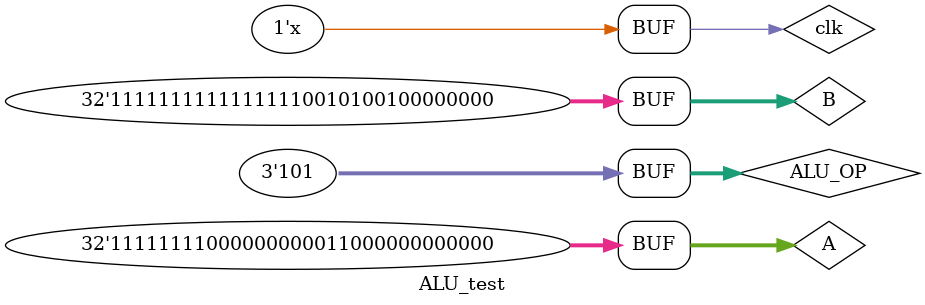
<source format=v>
module ALU_test;
  reg clk;
  reg [2:0] ALU_OP;
  reg [31:0] A,B;
  wire [31:0] ALUOut;
  wire Zero,OF;
  //ifu i1(clk,reset,npc_sel,zero,insout);
  ALU i1(clk,ALU_OP,A,B,ALUOut,Zero,OF);
  initial
  begin
    clk=1;
    A=32'hFF00_3000;
    B=32'hFFFF_2900;
    
    #50 ALU_OP=3'b000;
    #50 ALU_OP=3'b001;
    #50 ALU_OP=3'b010;
    #50 ALU_OP=3'b011;
    #50 ALU_OP=3'b100;
    #50 ALU_OP=3'b101;
  end  
  
  always
    #25 clk=~clk;
    
 endmodule   


</source>
